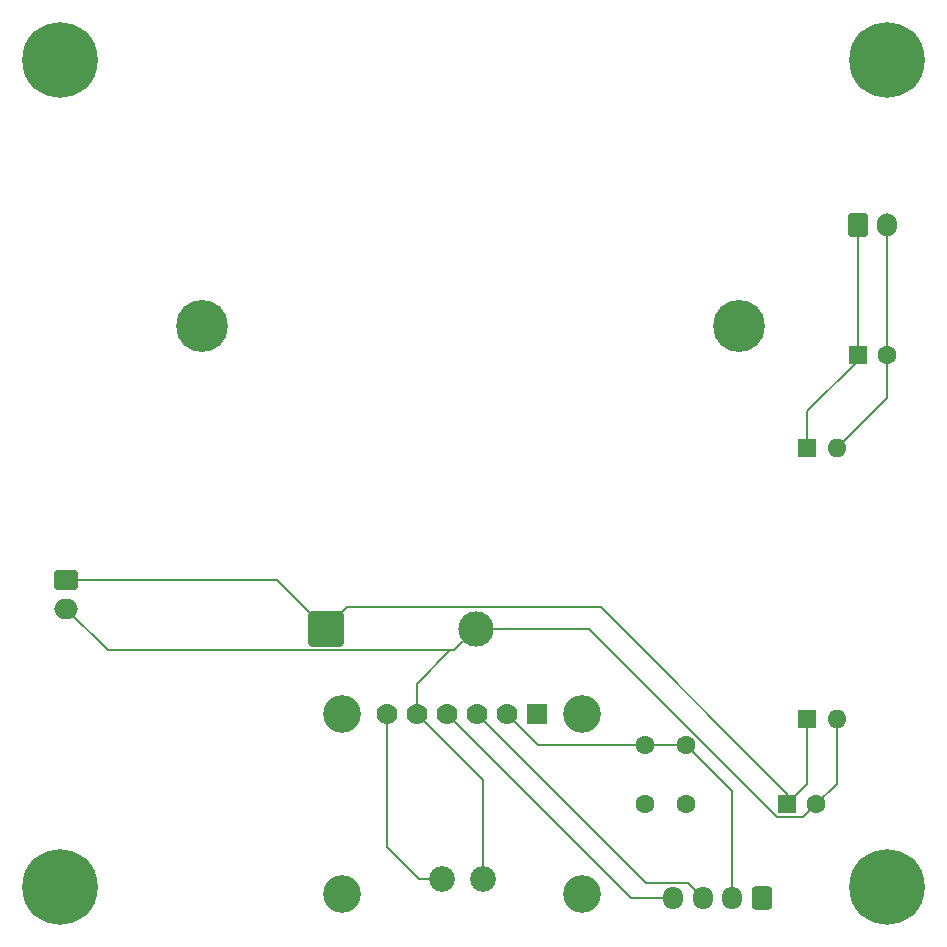
<source format=gbr>
%TF.GenerationSoftware,KiCad,Pcbnew,9.0.4*%
%TF.CreationDate,2025-10-26T00:43:48+05:45*%
%TF.ProjectId,battery_board,62617474-6572-4795-9f62-6f6172642e6b,rev?*%
%TF.SameCoordinates,Original*%
%TF.FileFunction,Copper,L1,Top*%
%TF.FilePolarity,Positive*%
%FSLAX46Y46*%
G04 Gerber Fmt 4.6, Leading zero omitted, Abs format (unit mm)*
G04 Created by KiCad (PCBNEW 9.0.4) date 2025-10-26 00:43:48*
%MOMM*%
%LPD*%
G01*
G04 APERTURE LIST*
G04 Aperture macros list*
%AMRoundRect*
0 Rectangle with rounded corners*
0 $1 Rounding radius*
0 $2 $3 $4 $5 $6 $7 $8 $9 X,Y pos of 4 corners*
0 Add a 4 corners polygon primitive as box body*
4,1,4,$2,$3,$4,$5,$6,$7,$8,$9,$2,$3,0*
0 Add four circle primitives for the rounded corners*
1,1,$1+$1,$2,$3*
1,1,$1+$1,$4,$5*
1,1,$1+$1,$6,$7*
1,1,$1+$1,$8,$9*
0 Add four rect primitives between the rounded corners*
20,1,$1+$1,$2,$3,$4,$5,0*
20,1,$1+$1,$4,$5,$6,$7,0*
20,1,$1+$1,$6,$7,$8,$9,0*
20,1,$1+$1,$8,$9,$2,$3,0*%
G04 Aperture macros list end*
%TA.AperFunction,ComponentPad*%
%ADD10C,0.800000*%
%TD*%
%TA.AperFunction,ComponentPad*%
%ADD11C,6.400000*%
%TD*%
%TA.AperFunction,ComponentPad*%
%ADD12RoundRect,0.250000X-0.550000X-0.550000X0.550000X-0.550000X0.550000X0.550000X-0.550000X0.550000X0*%
%TD*%
%TA.AperFunction,ComponentPad*%
%ADD13C,1.600000*%
%TD*%
%TA.AperFunction,ComponentPad*%
%ADD14RoundRect,0.249999X1.250001X-1.250001X1.250001X1.250001X-1.250001X1.250001X-1.250001X-1.250001X0*%
%TD*%
%TA.AperFunction,ComponentPad*%
%ADD15C,3.000000*%
%TD*%
%TA.AperFunction,ComponentPad*%
%ADD16R,1.778000X1.778000*%
%TD*%
%TA.AperFunction,ComponentPad*%
%ADD17C,1.778000*%
%TD*%
%TA.AperFunction,ComponentPad*%
%ADD18C,3.200000*%
%TD*%
%TA.AperFunction,ComponentPad*%
%ADD19C,2.184400*%
%TD*%
%TA.AperFunction,ComponentPad*%
%ADD20RoundRect,0.250000X-0.750000X0.600000X-0.750000X-0.600000X0.750000X-0.600000X0.750000X0.600000X0*%
%TD*%
%TA.AperFunction,ComponentPad*%
%ADD21O,2.000000X1.700000*%
%TD*%
%TA.AperFunction,ComponentPad*%
%ADD22C,4.400000*%
%TD*%
%TA.AperFunction,ComponentPad*%
%ADD23RoundRect,0.250000X0.600000X0.725000X-0.600000X0.725000X-0.600000X-0.725000X0.600000X-0.725000X0*%
%TD*%
%TA.AperFunction,ComponentPad*%
%ADD24O,1.700000X1.950000*%
%TD*%
%TA.AperFunction,ComponentPad*%
%ADD25RoundRect,0.250000X-0.600000X-0.750000X0.600000X-0.750000X0.600000X0.750000X-0.600000X0.750000X0*%
%TD*%
%TA.AperFunction,ComponentPad*%
%ADD26O,1.700000X2.000000*%
%TD*%
%TA.AperFunction,ComponentPad*%
%ADD27R,1.600000X1.600000*%
%TD*%
%TA.AperFunction,ComponentPad*%
%ADD28O,1.600000X1.600000*%
%TD*%
%TA.AperFunction,Conductor*%
%ADD29C,0.200000*%
%TD*%
G04 APERTURE END LIST*
D10*
%TO.P,REF\u002A\u002A,1*%
%TO.N,N/C*%
X107100000Y-125500000D03*
X107802944Y-123802944D03*
X107802944Y-127197056D03*
X109500000Y-123100000D03*
D11*
X109500000Y-125500000D03*
D10*
X109500000Y-127900000D03*
X111197056Y-123802944D03*
X111197056Y-127197056D03*
X111900000Y-125500000D03*
%TD*%
D12*
%TO.P,C2,1*%
%TO.N,/+3v6*%
X171000000Y-118500000D03*
D13*
%TO.P,C2,2*%
%TO.N,/gnd*%
X173500000Y-118500000D03*
%TD*%
D14*
%TO.P,BT1,1,+*%
%TO.N,/+3v6*%
X132000000Y-103660000D03*
D15*
%TO.P,BT1,2,-*%
%TO.N,/gnd*%
X144700000Y-103660000D03*
%TD*%
D16*
%TO.P,U1,1,VCC*%
%TO.N,Net-(J3-Pin_1)*%
X149850000Y-110880000D03*
D17*
%TO.P,U1,2,GND*%
%TO.N,Net-(J3-Pin_2)*%
X147310000Y-110880000D03*
%TO.P,U1,3,SCL*%
%TO.N,Net-(J3-Pin_3)*%
X144770000Y-110880000D03*
%TO.P,U1,4,SDA*%
%TO.N,Net-(J3-Pin_4)*%
X142230000Y-110880000D03*
%TO.P,U1,5,VIN-*%
%TO.N,/gnd*%
X139690000Y-110880000D03*
%TO.P,U1,6,VIN+*%
%TO.N,/+3v6*%
X137150000Y-110880000D03*
D18*
%TO.P,U1,SH1,SHIELD*%
%TO.N,unconnected-(U1-SHIELD-PadSH1)_3*%
X153660000Y-126120000D03*
%TO.P,U1,SH2,SHIELD*%
%TO.N,unconnected-(U1-SHIELD-PadSH1)*%
X133340000Y-126120000D03*
%TO.P,U1,SH3,SHIELD*%
%TO.N,unconnected-(U1-SHIELD-PadSH1)_2*%
X153660000Y-110880000D03*
%TO.P,U1,SH4,SHIELD*%
%TO.N,unconnected-(U1-SHIELD-PadSH1)_1*%
X133340000Y-110880000D03*
D19*
%TO.P,U1,VIN+,VIN+*%
%TO.N,/+3v6*%
X141800000Y-124850000D03*
%TO.P,U1,VIN-,VIN-*%
%TO.N,/gnd*%
X145300000Y-124850000D03*
%TD*%
D20*
%TO.P,J_BATT_OUT1,1,Pin_1*%
%TO.N,/+3v6*%
X110000000Y-99500000D03*
D21*
%TO.P,J_BATT_OUT1,2,Pin_2*%
%TO.N,/gnd*%
X110000000Y-102000000D03*
%TD*%
D22*
%TO.P,REF\u002A\u002A,1*%
%TO.N,N/C*%
X121500000Y-78000000D03*
%TD*%
D13*
%TO.P,C4,1*%
%TO.N,Net-(J3-Pin_1)*%
X162500000Y-118500000D03*
%TO.P,C4,2*%
%TO.N,Net-(J3-Pin_2)*%
X162500000Y-113500000D03*
%TD*%
D10*
%TO.P,REF\u002A\u002A,1*%
%TO.N,N/C*%
X107100000Y-55500000D03*
X107802944Y-53802944D03*
X107802944Y-57197056D03*
X109500000Y-53100000D03*
D11*
X109500000Y-55500000D03*
D10*
X109500000Y-57900000D03*
X111197056Y-53802944D03*
X111197056Y-57197056D03*
X111900000Y-55500000D03*
%TD*%
D13*
%TO.P,C3,1*%
%TO.N,Net-(J3-Pin_1)*%
X159000000Y-118500000D03*
%TO.P,C3,2*%
%TO.N,Net-(J3-Pin_2)*%
X159000000Y-113500000D03*
%TD*%
D12*
%TO.P,C1,1*%
%TO.N,Net-(J1-Pin_1)*%
X177000000Y-80500000D03*
D13*
%TO.P,C1,2*%
%TO.N,Net-(J1-Pin_2)*%
X179500000Y-80500000D03*
%TD*%
D23*
%TO.P,J3,1,Pin_1*%
%TO.N,Net-(J3-Pin_1)*%
X168900000Y-126500000D03*
D24*
%TO.P,J3,2,Pin_2*%
%TO.N,Net-(J3-Pin_2)*%
X166400000Y-126500000D03*
%TO.P,J3,3,Pin_3*%
%TO.N,Net-(J3-Pin_3)*%
X163900000Y-126500000D03*
%TO.P,J3,4,Pin_4*%
%TO.N,Net-(J3-Pin_4)*%
X161400000Y-126500000D03*
%TD*%
D25*
%TO.P,J2,1,Pin_1*%
%TO.N,Net-(J1-Pin_1)*%
X177000000Y-69500000D03*
D26*
%TO.P,J2,2,Pin_2*%
%TO.N,Net-(J1-Pin_2)*%
X179500000Y-69500000D03*
%TD*%
D27*
%TO.P,J1,1,Pin_1*%
%TO.N,Net-(J1-Pin_1)*%
X172755400Y-88360200D03*
D28*
%TO.P,J1,2,Pin_2*%
%TO.N,Net-(J1-Pin_2)*%
X175295400Y-88360200D03*
D27*
%TO.P,J1,3,Pin_3*%
%TO.N,/+3v6*%
X172679200Y-111296400D03*
D28*
%TO.P,J1,4,Pin_4*%
%TO.N,/gnd*%
X175219200Y-111296400D03*
%TD*%
D22*
%TO.P,REF\u002A\u002A,1*%
%TO.N,N/C*%
X167000000Y-78000000D03*
%TD*%
D10*
%TO.P,REF\u002A\u002A,1*%
%TO.N,N/C*%
X177100000Y-55500000D03*
X177802944Y-53802944D03*
X177802944Y-57197056D03*
X179500000Y-53100000D03*
D11*
X179500000Y-55500000D03*
D10*
X179500000Y-57900000D03*
X181197056Y-53802944D03*
X181197056Y-57197056D03*
X181900000Y-55500000D03*
%TD*%
%TO.P,REF\u002A\u002A,1*%
%TO.N,N/C*%
X177100000Y-125500000D03*
X177802944Y-123802944D03*
X177802944Y-127197056D03*
X179500000Y-123100000D03*
D11*
X179500000Y-125500000D03*
D10*
X179500000Y-127900000D03*
X181197056Y-123802944D03*
X181197056Y-127197056D03*
X181900000Y-125500000D03*
%TD*%
D29*
%TO.N,/+3v6*%
X139850000Y-124850000D02*
X137150000Y-122150000D01*
X133801000Y-101859000D02*
X155241800Y-101859000D01*
X155241800Y-101859000D02*
X171000000Y-117617200D01*
X127840000Y-99500000D02*
X132000000Y-103660000D01*
X141800000Y-124850000D02*
X139850000Y-124850000D01*
X110000000Y-99500000D02*
X127840000Y-99500000D01*
X172679200Y-116820800D02*
X171000000Y-118500000D01*
X171000000Y-117617200D02*
X171000000Y-118500000D01*
X137150000Y-122150000D02*
X137150000Y-110880000D01*
X172679200Y-111296400D02*
X172679200Y-116820800D01*
X132000000Y-103660000D02*
X133801000Y-101859000D01*
%TO.N,/gnd*%
X175219200Y-111296400D02*
X175219200Y-116780800D01*
X145300000Y-124850000D02*
X145300000Y-116490000D01*
X173500000Y-118500000D02*
X172399000Y-119601000D01*
X110000000Y-102000000D02*
X113500000Y-105500000D01*
X139690000Y-108310000D02*
X142500000Y-105500000D01*
X145300000Y-116490000D02*
X139690000Y-110880000D01*
X175219200Y-116780800D02*
X173500000Y-118500000D01*
X139690000Y-110880000D02*
X139690000Y-108310000D01*
X172399000Y-119601000D02*
X170214840Y-119601000D01*
X154273840Y-103660000D02*
X144700000Y-103660000D01*
X113500000Y-105500000D02*
X142500000Y-105500000D01*
X170214840Y-119601000D02*
X154273840Y-103660000D01*
X142500000Y-105500000D02*
X142860000Y-105500000D01*
X142860000Y-105500000D02*
X144700000Y-103660000D01*
%TO.N,Net-(J1-Pin_2)*%
X179500000Y-69500000D02*
X179500000Y-80500000D01*
X179500000Y-84155600D02*
X175295400Y-88360200D01*
X179500000Y-80500000D02*
X179500000Y-84155600D01*
%TO.N,Net-(J1-Pin_1)*%
X172755400Y-85244600D02*
X172755400Y-88360200D01*
X177000000Y-81000000D02*
X172755400Y-85244600D01*
X177000000Y-69500000D02*
X177000000Y-80500000D01*
X177000000Y-80500000D02*
X177000000Y-81000000D01*
%TO.N,Net-(J3-Pin_2)*%
X166400000Y-126500000D02*
X166400000Y-117400000D01*
X162500000Y-113500000D02*
X159000000Y-113500000D01*
X149930000Y-113500000D02*
X147310000Y-110880000D01*
X166400000Y-117400000D02*
X162500000Y-113500000D01*
X159000000Y-113500000D02*
X149930000Y-113500000D01*
%TO.N,Net-(J3-Pin_3)*%
X163900000Y-126500000D02*
X162624000Y-125224000D01*
X162624000Y-125224000D02*
X159114000Y-125224000D01*
X159114000Y-125224000D02*
X144770000Y-110880000D01*
%TO.N,Net-(J3-Pin_4)*%
X161400000Y-126500000D02*
X157850000Y-126500000D01*
X157850000Y-126500000D02*
X142230000Y-110880000D01*
%TD*%
M02*

</source>
